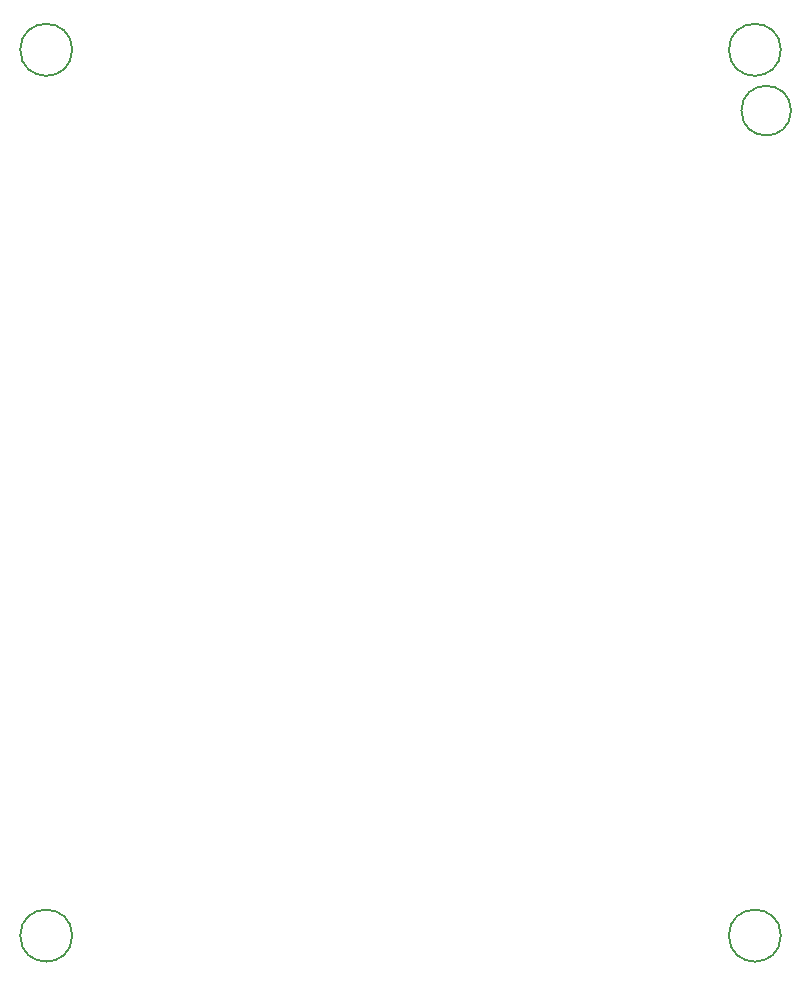
<source format=gbr>
%TF.GenerationSoftware,KiCad,Pcbnew,8.0.5-8.0.5-0~ubuntu20.04.1*%
%TF.CreationDate,2024-11-22T10:43:45+01:00*%
%TF.ProjectId,esp32-e22,65737033-322d-4653-9232-2e6b69636164,V 2.1.2*%
%TF.SameCoordinates,Original*%
%TF.FileFunction,Other,Comment*%
%FSLAX46Y46*%
G04 Gerber Fmt 4.6, Leading zero omitted, Abs format (unit mm)*
G04 Created by KiCad (PCBNEW 8.0.5-8.0.5-0~ubuntu20.04.1) date 2024-11-22 10:43:45*
%MOMM*%
%LPD*%
G01*
G04 APERTURE LIST*
%ADD10C,0.150000*%
G04 APERTURE END LIST*
D10*
%TO.C,H3*%
X117770000Y-138430000D02*
G75*
G02*
X113370000Y-138430000I-2200000J0D01*
G01*
X113370000Y-138430000D02*
G75*
G02*
X117770000Y-138430000I2200000J0D01*
G01*
%TO.C,H1*%
X117770000Y-63430000D02*
G75*
G02*
X113370000Y-63430000I-2200000J0D01*
G01*
X113370000Y-63430000D02*
G75*
G02*
X117770000Y-63430000I2200000J0D01*
G01*
%TO.C,H2*%
X177770000Y-63430000D02*
G75*
G02*
X173370000Y-63430000I-2200000J0D01*
G01*
X173370000Y-63430000D02*
G75*
G02*
X177770000Y-63430000I2200000J0D01*
G01*
%TO.C,REF\u002A\u002A*%
X178630000Y-68580000D02*
G75*
G02*
X174430000Y-68580000I-2100000J0D01*
G01*
X174430000Y-68580000D02*
G75*
G02*
X178630000Y-68580000I2100000J0D01*
G01*
%TO.C,H4*%
X177770000Y-138430000D02*
G75*
G02*
X173370000Y-138430000I-2200000J0D01*
G01*
X173370000Y-138430000D02*
G75*
G02*
X177770000Y-138430000I2200000J0D01*
G01*
%TD*%
M02*

</source>
